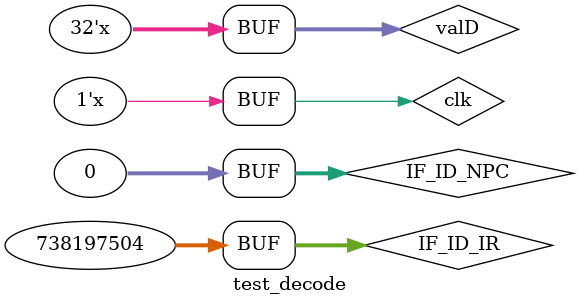
<source format=v>
`timescale 1ns / 1ps


module test_decode;

	// Inputs
	reg [31:0] IF_ID_IR;
	reg [31:0] IF_ID_NPC;
	reg [31:0] valD;
	reg clk;

	// Outputs
	wire [31:0] ID_EX_IR;
	wire [31:0] ID_EX_NPC;
	wire [31:0] ID_EX_A;
	wire [31:0] ID_EX_B;
	wire [31:0] ID_EX_Imm;

	// Instantiate the Unit Under Test (UUT)
	decode uut (
		.IF_ID_IR(IF_ID_IR), 
		.IF_ID_NPC(IF_ID_NPC), 
		.valD(valD), 
		.clk(clk), 
		.ID_EX_IR(ID_EX_IR), 
		.ID_EX_NPC(ID_EX_NPC), 
		.ID_EX_A(ID_EX_A), 
		.ID_EX_B(ID_EX_B), 
		.ID_EX_Imm(ID_EX_Imm)
	);

	initial begin
		// Initialize Inputs
		IF_ID_IR = 0;
		IF_ID_NPC = 0;
		valD = 7;
		clk = 0;

		// Wait 100 ns for global reset to finish
		#10 IF_ID_IR = 32'b00000100001000100001100000000000;
		#10 IF_ID_IR = 32'b00001000001000100001100000000000;
		#10 IF_ID_IR = 32'b00001100001000100001100000000000;
		#10 IF_ID_IR = 32'b00010000001000100001100000000000;
		#10 IF_ID_IR = 32'b00010100001000100001100000000000;
		#10 IF_ID_IR = 32'b00011000001000100001100000000000;
		#10 IF_ID_IR = 32'b00100000100001010000000000000100;
		#10 IF_ID_IR = 32'b00100100100001010000000000001000;
		#10 IF_ID_IR = 32'b00101000100001010000000000000000;
		#10 IF_ID_IR = 32'b00101100000000000000000000000000;

	end
	
	always begin
		#5 clk = ~clk;
	end
	
	always begin
		#5 valD = valD + 8;
	end
      
endmodule


</source>
